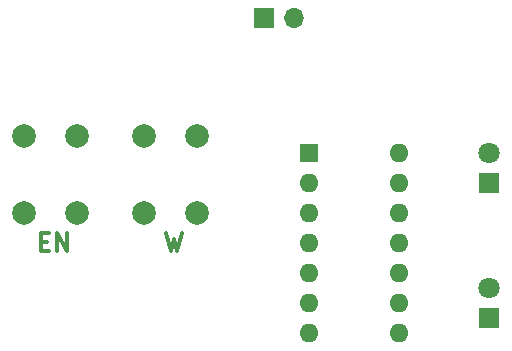
<source format=gbr>
G04 #@! TF.FileFunction,Copper,L1,Top,Signal*
%FSLAX46Y46*%
G04 Gerber Fmt 4.6, Leading zero omitted, Abs format (unit mm)*
G04 Created by KiCad (PCBNEW 4.0.7) date 02/03/19 10:44:25*
%MOMM*%
%LPD*%
G01*
G04 APERTURE LIST*
%ADD10C,0.100000*%
%ADD11C,0.300000*%
%ADD12R,1.800000X1.800000*%
%ADD13C,1.800000*%
%ADD14R,1.700000X1.700000*%
%ADD15O,1.700000X1.700000*%
%ADD16C,2.000000*%
%ADD17R,1.600000X1.600000*%
%ADD18O,1.600000X1.600000*%
G04 APERTURE END LIST*
D10*
D11*
X165727143Y-95698571D02*
X166084286Y-97198571D01*
X166370000Y-96127143D01*
X166655714Y-97198571D01*
X167012857Y-95698571D01*
X155102857Y-96412857D02*
X155602857Y-96412857D01*
X155817143Y-97198571D02*
X155102857Y-97198571D01*
X155102857Y-95698571D01*
X155817143Y-95698571D01*
X156460000Y-97198571D02*
X156460000Y-95698571D01*
X157317143Y-97198571D01*
X157317143Y-95698571D01*
D12*
X193040000Y-102870000D03*
D13*
X193040000Y-100330000D03*
D12*
X193040000Y-91440000D03*
D13*
X193040000Y-88900000D03*
D14*
X173990000Y-77470000D03*
D15*
X176530000Y-77470000D03*
D16*
X168330000Y-93980000D03*
X163830000Y-93980000D03*
X168330000Y-87480000D03*
X163830000Y-87480000D03*
X158170000Y-93980000D03*
X153670000Y-93980000D03*
X158170000Y-87480000D03*
X153670000Y-87480000D03*
D17*
X177800000Y-88900000D03*
D18*
X185420000Y-104140000D03*
X177800000Y-91440000D03*
X185420000Y-101600000D03*
X177800000Y-93980000D03*
X185420000Y-99060000D03*
X177800000Y-96520000D03*
X185420000Y-96520000D03*
X177800000Y-99060000D03*
X185420000Y-93980000D03*
X177800000Y-101600000D03*
X185420000Y-91440000D03*
X177800000Y-104140000D03*
X185420000Y-88900000D03*
M02*

</source>
